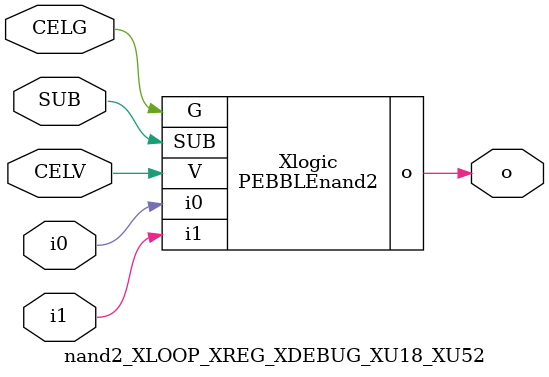
<source format=v>



module PEBBLEnand2 ( o, G, SUB, V, i0, i1 );

  input i0;
  input V;
  input i1;
  input G;
  output o;
  input SUB;
endmodule

//Celera Confidential Do Not Copy nand2_XLOOP_XREG_XDEBUG_XU18_XU52
//Celera Confidential Symbol Generator
//5V NAND2
module nand2_XLOOP_XREG_XDEBUG_XU18_XU52 (CELV,CELG,i0,i1,o,SUB);
input CELV;
input CELG;
input i0;
input i1;
input SUB;
output o;

//Celera Confidential Do Not Copy nand2
PEBBLEnand2 Xlogic(
.V (CELV),
.i0 (i0),
.i1 (i1),
.o (o),
.SUB (SUB),
.G (CELG)
);
//,diesize,PEBBLEnand2

//Celera Confidential Do Not Copy Module End
//Celera Schematic Generator
endmodule

</source>
